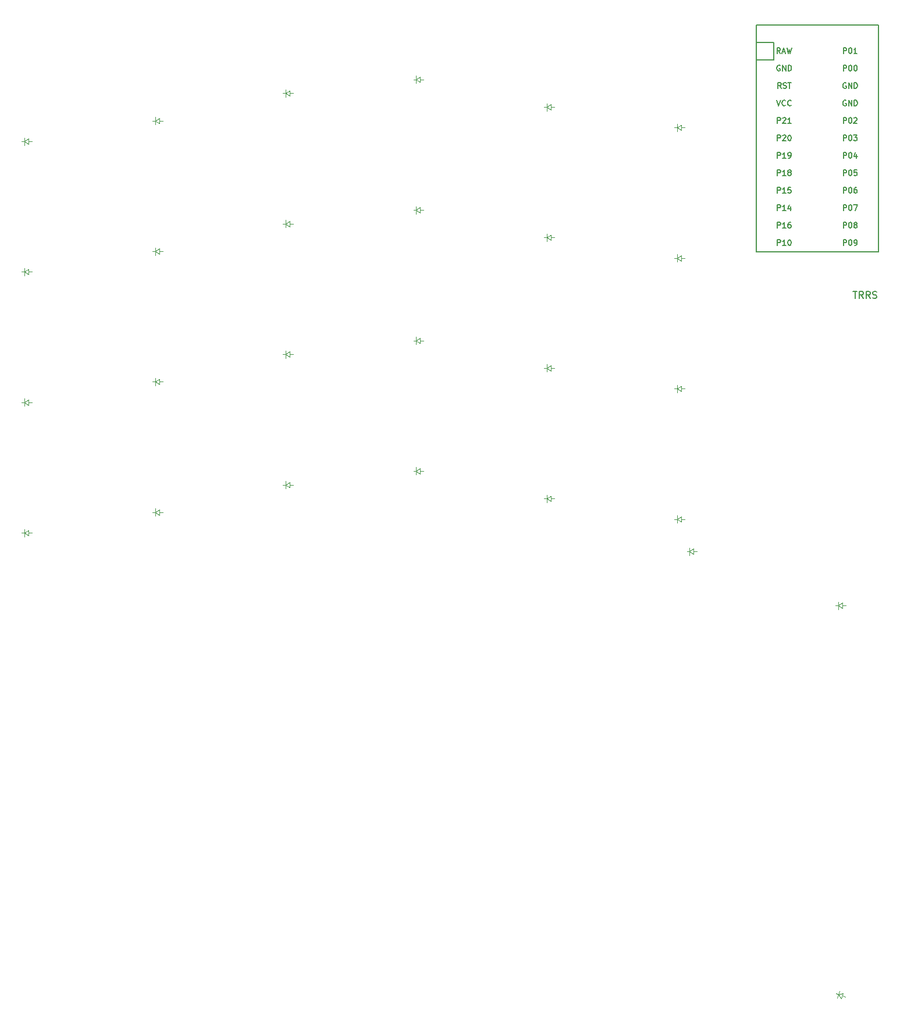
<source format=gbr>
%TF.GenerationSoftware,KiCad,Pcbnew,(6.0.8)*%
%TF.CreationDate,2022-12-10T18:32:28-07:00*%
%TF.ProjectId,scaarix_flow,73636161-7269-4785-9f66-6c6f772e6b69,v1.0.0*%
%TF.SameCoordinates,Original*%
%TF.FileFunction,Legend,Top*%
%TF.FilePolarity,Positive*%
%FSLAX46Y46*%
G04 Gerber Fmt 4.6, Leading zero omitted, Abs format (unit mm)*
G04 Created by KiCad (PCBNEW (6.0.8)) date 2022-12-10 18:32:28*
%MOMM*%
%LPD*%
G01*
G04 APERTURE LIST*
G04 Aperture macros list*
%AMRoundRect*
0 Rectangle with rounded corners*
0 $1 Rounding radius*
0 $2 $3 $4 $5 $6 $7 $8 $9 X,Y pos of 4 corners*
0 Add a 4 corners polygon primitive as box body*
4,1,4,$2,$3,$4,$5,$6,$7,$8,$9,$2,$3,0*
0 Add four circle primitives for the rounded corners*
1,1,$1+$1,$2,$3*
1,1,$1+$1,$4,$5*
1,1,$1+$1,$6,$7*
1,1,$1+$1,$8,$9*
0 Add four rect primitives between the rounded corners*
20,1,$1+$1,$2,$3,$4,$5,0*
20,1,$1+$1,$4,$5,$6,$7,0*
20,1,$1+$1,$6,$7,$8,$9,0*
20,1,$1+$1,$8,$9,$2,$3,0*%
%AMRotRect*
0 Rectangle, with rotation*
0 The origin of the aperture is its center*
0 $1 length*
0 $2 width*
0 $3 Rotation angle, in degrees counterclockwise*
0 Add horizontal line*
21,1,$1,$2,0,0,$3*%
G04 Aperture macros list end*
%ADD10C,0.150000*%
%ADD11C,0.100000*%
%ADD12R,1.752600X1.752600*%
%ADD13C,1.752600*%
%ADD14C,1.701800*%
%ADD15C,3.048000*%
%ADD16C,3.987800*%
%ADD17C,3.000000*%
%ADD18R,2.550000X2.500000*%
%ADD19C,1.905000*%
%ADD20R,0.900000X1.200000*%
%ADD21R,1.778000X1.778000*%
%ADD22C,1.500000*%
%ADD23O,2.200000X1.600000*%
%ADD24RoundRect,0.254000X-0.607235X1.302220X-1.302220X-0.607235X0.607235X-1.302220X1.302220X0.607235X0*%
%ADD25RotRect,2.550000X2.500000X159.000000*%
%ADD26C,2.200000*%
%ADD27RotRect,0.900000X1.200000X339.000000*%
%ADD28RotRect,1.778000X1.778000X339.000000*%
G04 APERTURE END LIST*
D10*
%TO.C,MCU1*%
X264207071Y-88123404D02*
X264207071Y-87323404D01*
X264511833Y-87323404D01*
X264588023Y-87361500D01*
X264626119Y-87399595D01*
X264664214Y-87475785D01*
X264664214Y-87590071D01*
X264626119Y-87666261D01*
X264588023Y-87704357D01*
X264511833Y-87742452D01*
X264207071Y-87742452D01*
X265159452Y-87323404D02*
X265235642Y-87323404D01*
X265311833Y-87361500D01*
X265349928Y-87399595D01*
X265388023Y-87475785D01*
X265426119Y-87628166D01*
X265426119Y-87818642D01*
X265388023Y-87971023D01*
X265349928Y-88047214D01*
X265311833Y-88085309D01*
X265235642Y-88123404D01*
X265159452Y-88123404D01*
X265083261Y-88085309D01*
X265045166Y-88047214D01*
X265007071Y-87971023D01*
X264968976Y-87818642D01*
X264968976Y-87628166D01*
X265007071Y-87475785D01*
X265045166Y-87399595D01*
X265083261Y-87361500D01*
X265159452Y-87323404D01*
X266111833Y-87323404D02*
X265959452Y-87323404D01*
X265883261Y-87361500D01*
X265845166Y-87399595D01*
X265768976Y-87513880D01*
X265730880Y-87666261D01*
X265730880Y-87971023D01*
X265768976Y-88047214D01*
X265807071Y-88085309D01*
X265883261Y-88123404D01*
X266035642Y-88123404D01*
X266111833Y-88085309D01*
X266149928Y-88047214D01*
X266188023Y-87971023D01*
X266188023Y-87780547D01*
X266149928Y-87704357D01*
X266111833Y-87666261D01*
X266035642Y-87628166D01*
X265883261Y-87628166D01*
X265807071Y-87666261D01*
X265768976Y-87704357D01*
X265730880Y-87780547D01*
X255140404Y-72883404D02*
X254873738Y-72502452D01*
X254683261Y-72883404D02*
X254683261Y-72083404D01*
X254988023Y-72083404D01*
X255064214Y-72121500D01*
X255102309Y-72159595D01*
X255140404Y-72235785D01*
X255140404Y-72350071D01*
X255102309Y-72426261D01*
X255064214Y-72464357D01*
X254988023Y-72502452D01*
X254683261Y-72502452D01*
X255445166Y-72845309D02*
X255559452Y-72883404D01*
X255749928Y-72883404D01*
X255826119Y-72845309D01*
X255864214Y-72807214D01*
X255902309Y-72731023D01*
X255902309Y-72654833D01*
X255864214Y-72578642D01*
X255826119Y-72540547D01*
X255749928Y-72502452D01*
X255597547Y-72464357D01*
X255521357Y-72426261D01*
X255483261Y-72388166D01*
X255445166Y-72311976D01*
X255445166Y-72235785D01*
X255483261Y-72159595D01*
X255521357Y-72121500D01*
X255597547Y-72083404D01*
X255788023Y-72083404D01*
X255902309Y-72121500D01*
X256130880Y-72083404D02*
X256588023Y-72083404D01*
X256359452Y-72883404D02*
X256359452Y-72083404D01*
X264207071Y-67803404D02*
X264207071Y-67003404D01*
X264511833Y-67003404D01*
X264588023Y-67041500D01*
X264626119Y-67079595D01*
X264664214Y-67155785D01*
X264664214Y-67270071D01*
X264626119Y-67346261D01*
X264588023Y-67384357D01*
X264511833Y-67422452D01*
X264207071Y-67422452D01*
X265159452Y-67003404D02*
X265235642Y-67003404D01*
X265311833Y-67041500D01*
X265349928Y-67079595D01*
X265388023Y-67155785D01*
X265426119Y-67308166D01*
X265426119Y-67498642D01*
X265388023Y-67651023D01*
X265349928Y-67727214D01*
X265311833Y-67765309D01*
X265235642Y-67803404D01*
X265159452Y-67803404D01*
X265083261Y-67765309D01*
X265045166Y-67727214D01*
X265007071Y-67651023D01*
X264968976Y-67498642D01*
X264968976Y-67308166D01*
X265007071Y-67155785D01*
X265045166Y-67079595D01*
X265083261Y-67041500D01*
X265159452Y-67003404D01*
X266188023Y-67803404D02*
X265730880Y-67803404D01*
X265959452Y-67803404D02*
X265959452Y-67003404D01*
X265883261Y-67117690D01*
X265807071Y-67193880D01*
X265730880Y-67231976D01*
X254607071Y-77963404D02*
X254607071Y-77163404D01*
X254911833Y-77163404D01*
X254988023Y-77201500D01*
X255026119Y-77239595D01*
X255064214Y-77315785D01*
X255064214Y-77430071D01*
X255026119Y-77506261D01*
X254988023Y-77544357D01*
X254911833Y-77582452D01*
X254607071Y-77582452D01*
X255368976Y-77239595D02*
X255407071Y-77201500D01*
X255483261Y-77163404D01*
X255673738Y-77163404D01*
X255749928Y-77201500D01*
X255788023Y-77239595D01*
X255826119Y-77315785D01*
X255826119Y-77391976D01*
X255788023Y-77506261D01*
X255330880Y-77963404D01*
X255826119Y-77963404D01*
X256588023Y-77963404D02*
X256130880Y-77963404D01*
X256359452Y-77963404D02*
X256359452Y-77163404D01*
X256283261Y-77277690D01*
X256207071Y-77353880D01*
X256130880Y-77391976D01*
X264568976Y-72121500D02*
X264492785Y-72083404D01*
X264378500Y-72083404D01*
X264264214Y-72121500D01*
X264188023Y-72197690D01*
X264149928Y-72273880D01*
X264111833Y-72426261D01*
X264111833Y-72540547D01*
X264149928Y-72692928D01*
X264188023Y-72769119D01*
X264264214Y-72845309D01*
X264378500Y-72883404D01*
X264454690Y-72883404D01*
X264568976Y-72845309D01*
X264607071Y-72807214D01*
X264607071Y-72540547D01*
X264454690Y-72540547D01*
X264949928Y-72883404D02*
X264949928Y-72083404D01*
X265407071Y-72883404D01*
X265407071Y-72083404D01*
X265788023Y-72883404D02*
X265788023Y-72083404D01*
X265978500Y-72083404D01*
X266092785Y-72121500D01*
X266168976Y-72197690D01*
X266207071Y-72273880D01*
X266245166Y-72426261D01*
X266245166Y-72540547D01*
X266207071Y-72692928D01*
X266168976Y-72769119D01*
X266092785Y-72845309D01*
X265978500Y-72883404D01*
X265788023Y-72883404D01*
X264207071Y-83043404D02*
X264207071Y-82243404D01*
X264511833Y-82243404D01*
X264588023Y-82281500D01*
X264626119Y-82319595D01*
X264664214Y-82395785D01*
X264664214Y-82510071D01*
X264626119Y-82586261D01*
X264588023Y-82624357D01*
X264511833Y-82662452D01*
X264207071Y-82662452D01*
X265159452Y-82243404D02*
X265235642Y-82243404D01*
X265311833Y-82281500D01*
X265349928Y-82319595D01*
X265388023Y-82395785D01*
X265426119Y-82548166D01*
X265426119Y-82738642D01*
X265388023Y-82891023D01*
X265349928Y-82967214D01*
X265311833Y-83005309D01*
X265235642Y-83043404D01*
X265159452Y-83043404D01*
X265083261Y-83005309D01*
X265045166Y-82967214D01*
X265007071Y-82891023D01*
X264968976Y-82738642D01*
X264968976Y-82548166D01*
X265007071Y-82395785D01*
X265045166Y-82319595D01*
X265083261Y-82281500D01*
X265159452Y-82243404D01*
X266111833Y-82510071D02*
X266111833Y-83043404D01*
X265921357Y-82205309D02*
X265730880Y-82776738D01*
X266226119Y-82776738D01*
X254968976Y-69581500D02*
X254892785Y-69543404D01*
X254778500Y-69543404D01*
X254664214Y-69581500D01*
X254588023Y-69657690D01*
X254549928Y-69733880D01*
X254511833Y-69886261D01*
X254511833Y-70000547D01*
X254549928Y-70152928D01*
X254588023Y-70229119D01*
X254664214Y-70305309D01*
X254778500Y-70343404D01*
X254854690Y-70343404D01*
X254968976Y-70305309D01*
X255007071Y-70267214D01*
X255007071Y-70000547D01*
X254854690Y-70000547D01*
X255349928Y-70343404D02*
X255349928Y-69543404D01*
X255807071Y-70343404D01*
X255807071Y-69543404D01*
X256188023Y-70343404D02*
X256188023Y-69543404D01*
X256378500Y-69543404D01*
X256492785Y-69581500D01*
X256568976Y-69657690D01*
X256607071Y-69733880D01*
X256645166Y-69886261D01*
X256645166Y-70000547D01*
X256607071Y-70152928D01*
X256568976Y-70229119D01*
X256492785Y-70305309D01*
X256378500Y-70343404D01*
X256188023Y-70343404D01*
X264207071Y-93203404D02*
X264207071Y-92403404D01*
X264511833Y-92403404D01*
X264588023Y-92441500D01*
X264626119Y-92479595D01*
X264664214Y-92555785D01*
X264664214Y-92670071D01*
X264626119Y-92746261D01*
X264588023Y-92784357D01*
X264511833Y-92822452D01*
X264207071Y-92822452D01*
X265159452Y-92403404D02*
X265235642Y-92403404D01*
X265311833Y-92441500D01*
X265349928Y-92479595D01*
X265388023Y-92555785D01*
X265426119Y-92708166D01*
X265426119Y-92898642D01*
X265388023Y-93051023D01*
X265349928Y-93127214D01*
X265311833Y-93165309D01*
X265235642Y-93203404D01*
X265159452Y-93203404D01*
X265083261Y-93165309D01*
X265045166Y-93127214D01*
X265007071Y-93051023D01*
X264968976Y-92898642D01*
X264968976Y-92708166D01*
X265007071Y-92555785D01*
X265045166Y-92479595D01*
X265083261Y-92441500D01*
X265159452Y-92403404D01*
X265883261Y-92746261D02*
X265807071Y-92708166D01*
X265768976Y-92670071D01*
X265730880Y-92593880D01*
X265730880Y-92555785D01*
X265768976Y-92479595D01*
X265807071Y-92441500D01*
X265883261Y-92403404D01*
X266035642Y-92403404D01*
X266111833Y-92441500D01*
X266149928Y-92479595D01*
X266188023Y-92555785D01*
X266188023Y-92593880D01*
X266149928Y-92670071D01*
X266111833Y-92708166D01*
X266035642Y-92746261D01*
X265883261Y-92746261D01*
X265807071Y-92784357D01*
X265768976Y-92822452D01*
X265730880Y-92898642D01*
X265730880Y-93051023D01*
X265768976Y-93127214D01*
X265807071Y-93165309D01*
X265883261Y-93203404D01*
X266035642Y-93203404D01*
X266111833Y-93165309D01*
X266149928Y-93127214D01*
X266188023Y-93051023D01*
X266188023Y-92898642D01*
X266149928Y-92822452D01*
X266111833Y-92784357D01*
X266035642Y-92746261D01*
X254607071Y-80503404D02*
X254607071Y-79703404D01*
X254911833Y-79703404D01*
X254988023Y-79741500D01*
X255026119Y-79779595D01*
X255064214Y-79855785D01*
X255064214Y-79970071D01*
X255026119Y-80046261D01*
X254988023Y-80084357D01*
X254911833Y-80122452D01*
X254607071Y-80122452D01*
X255368976Y-79779595D02*
X255407071Y-79741500D01*
X255483261Y-79703404D01*
X255673738Y-79703404D01*
X255749928Y-79741500D01*
X255788023Y-79779595D01*
X255826119Y-79855785D01*
X255826119Y-79931976D01*
X255788023Y-80046261D01*
X255330880Y-80503404D01*
X255826119Y-80503404D01*
X256321357Y-79703404D02*
X256397547Y-79703404D01*
X256473738Y-79741500D01*
X256511833Y-79779595D01*
X256549928Y-79855785D01*
X256588023Y-80008166D01*
X256588023Y-80198642D01*
X256549928Y-80351023D01*
X256511833Y-80427214D01*
X256473738Y-80465309D01*
X256397547Y-80503404D01*
X256321357Y-80503404D01*
X256245166Y-80465309D01*
X256207071Y-80427214D01*
X256168976Y-80351023D01*
X256130880Y-80198642D01*
X256130880Y-80008166D01*
X256168976Y-79855785D01*
X256207071Y-79779595D01*
X256245166Y-79741500D01*
X256321357Y-79703404D01*
X254511833Y-74623404D02*
X254778500Y-75423404D01*
X255045166Y-74623404D01*
X255768976Y-75347214D02*
X255730880Y-75385309D01*
X255616595Y-75423404D01*
X255540404Y-75423404D01*
X255426119Y-75385309D01*
X255349928Y-75309119D01*
X255311833Y-75232928D01*
X255273738Y-75080547D01*
X255273738Y-74966261D01*
X255311833Y-74813880D01*
X255349928Y-74737690D01*
X255426119Y-74661500D01*
X255540404Y-74623404D01*
X255616595Y-74623404D01*
X255730880Y-74661500D01*
X255768976Y-74699595D01*
X256568976Y-75347214D02*
X256530880Y-75385309D01*
X256416595Y-75423404D01*
X256340404Y-75423404D01*
X256226119Y-75385309D01*
X256149928Y-75309119D01*
X256111833Y-75232928D01*
X256073738Y-75080547D01*
X256073738Y-74966261D01*
X256111833Y-74813880D01*
X256149928Y-74737690D01*
X256226119Y-74661500D01*
X256340404Y-74623404D01*
X256416595Y-74623404D01*
X256530880Y-74661500D01*
X256568976Y-74699595D01*
X264207071Y-70343404D02*
X264207071Y-69543404D01*
X264511833Y-69543404D01*
X264588023Y-69581500D01*
X264626119Y-69619595D01*
X264664214Y-69695785D01*
X264664214Y-69810071D01*
X264626119Y-69886261D01*
X264588023Y-69924357D01*
X264511833Y-69962452D01*
X264207071Y-69962452D01*
X265159452Y-69543404D02*
X265235642Y-69543404D01*
X265311833Y-69581500D01*
X265349928Y-69619595D01*
X265388023Y-69695785D01*
X265426119Y-69848166D01*
X265426119Y-70038642D01*
X265388023Y-70191023D01*
X265349928Y-70267214D01*
X265311833Y-70305309D01*
X265235642Y-70343404D01*
X265159452Y-70343404D01*
X265083261Y-70305309D01*
X265045166Y-70267214D01*
X265007071Y-70191023D01*
X264968976Y-70038642D01*
X264968976Y-69848166D01*
X265007071Y-69695785D01*
X265045166Y-69619595D01*
X265083261Y-69581500D01*
X265159452Y-69543404D01*
X265921357Y-69543404D02*
X265997547Y-69543404D01*
X266073738Y-69581500D01*
X266111833Y-69619595D01*
X266149928Y-69695785D01*
X266188023Y-69848166D01*
X266188023Y-70038642D01*
X266149928Y-70191023D01*
X266111833Y-70267214D01*
X266073738Y-70305309D01*
X265997547Y-70343404D01*
X265921357Y-70343404D01*
X265845166Y-70305309D01*
X265807071Y-70267214D01*
X265768976Y-70191023D01*
X265730880Y-70038642D01*
X265730880Y-69848166D01*
X265768976Y-69695785D01*
X265807071Y-69619595D01*
X265845166Y-69581500D01*
X265921357Y-69543404D01*
X254607071Y-83043404D02*
X254607071Y-82243404D01*
X254911833Y-82243404D01*
X254988023Y-82281500D01*
X255026119Y-82319595D01*
X255064214Y-82395785D01*
X255064214Y-82510071D01*
X255026119Y-82586261D01*
X254988023Y-82624357D01*
X254911833Y-82662452D01*
X254607071Y-82662452D01*
X255826119Y-83043404D02*
X255368976Y-83043404D01*
X255597547Y-83043404D02*
X255597547Y-82243404D01*
X255521357Y-82357690D01*
X255445166Y-82433880D01*
X255368976Y-82471976D01*
X256207071Y-83043404D02*
X256359452Y-83043404D01*
X256435642Y-83005309D01*
X256473738Y-82967214D01*
X256549928Y-82852928D01*
X256588023Y-82700547D01*
X256588023Y-82395785D01*
X256549928Y-82319595D01*
X256511833Y-82281500D01*
X256435642Y-82243404D01*
X256283261Y-82243404D01*
X256207071Y-82281500D01*
X256168976Y-82319595D01*
X256130880Y-82395785D01*
X256130880Y-82586261D01*
X256168976Y-82662452D01*
X256207071Y-82700547D01*
X256283261Y-82738642D01*
X256435642Y-82738642D01*
X256511833Y-82700547D01*
X256549928Y-82662452D01*
X256588023Y-82586261D01*
X264207071Y-80503404D02*
X264207071Y-79703404D01*
X264511833Y-79703404D01*
X264588023Y-79741500D01*
X264626119Y-79779595D01*
X264664214Y-79855785D01*
X264664214Y-79970071D01*
X264626119Y-80046261D01*
X264588023Y-80084357D01*
X264511833Y-80122452D01*
X264207071Y-80122452D01*
X265159452Y-79703404D02*
X265235642Y-79703404D01*
X265311833Y-79741500D01*
X265349928Y-79779595D01*
X265388023Y-79855785D01*
X265426119Y-80008166D01*
X265426119Y-80198642D01*
X265388023Y-80351023D01*
X265349928Y-80427214D01*
X265311833Y-80465309D01*
X265235642Y-80503404D01*
X265159452Y-80503404D01*
X265083261Y-80465309D01*
X265045166Y-80427214D01*
X265007071Y-80351023D01*
X264968976Y-80198642D01*
X264968976Y-80008166D01*
X265007071Y-79855785D01*
X265045166Y-79779595D01*
X265083261Y-79741500D01*
X265159452Y-79703404D01*
X265692785Y-79703404D02*
X266188023Y-79703404D01*
X265921357Y-80008166D01*
X266035642Y-80008166D01*
X266111833Y-80046261D01*
X266149928Y-80084357D01*
X266188023Y-80160547D01*
X266188023Y-80351023D01*
X266149928Y-80427214D01*
X266111833Y-80465309D01*
X266035642Y-80503404D01*
X265807071Y-80503404D01*
X265730880Y-80465309D01*
X265692785Y-80427214D01*
X254607071Y-95743404D02*
X254607071Y-94943404D01*
X254911833Y-94943404D01*
X254988023Y-94981500D01*
X255026119Y-95019595D01*
X255064214Y-95095785D01*
X255064214Y-95210071D01*
X255026119Y-95286261D01*
X254988023Y-95324357D01*
X254911833Y-95362452D01*
X254607071Y-95362452D01*
X255826119Y-95743404D02*
X255368976Y-95743404D01*
X255597547Y-95743404D02*
X255597547Y-94943404D01*
X255521357Y-95057690D01*
X255445166Y-95133880D01*
X255368976Y-95171976D01*
X256321357Y-94943404D02*
X256397547Y-94943404D01*
X256473738Y-94981500D01*
X256511833Y-95019595D01*
X256549928Y-95095785D01*
X256588023Y-95248166D01*
X256588023Y-95438642D01*
X256549928Y-95591023D01*
X256511833Y-95667214D01*
X256473738Y-95705309D01*
X256397547Y-95743404D01*
X256321357Y-95743404D01*
X256245166Y-95705309D01*
X256207071Y-95667214D01*
X256168976Y-95591023D01*
X256130880Y-95438642D01*
X256130880Y-95248166D01*
X256168976Y-95095785D01*
X256207071Y-95019595D01*
X256245166Y-94981500D01*
X256321357Y-94943404D01*
X264207071Y-95743404D02*
X264207071Y-94943404D01*
X264511833Y-94943404D01*
X264588023Y-94981500D01*
X264626119Y-95019595D01*
X264664214Y-95095785D01*
X264664214Y-95210071D01*
X264626119Y-95286261D01*
X264588023Y-95324357D01*
X264511833Y-95362452D01*
X264207071Y-95362452D01*
X265159452Y-94943404D02*
X265235642Y-94943404D01*
X265311833Y-94981500D01*
X265349928Y-95019595D01*
X265388023Y-95095785D01*
X265426119Y-95248166D01*
X265426119Y-95438642D01*
X265388023Y-95591023D01*
X265349928Y-95667214D01*
X265311833Y-95705309D01*
X265235642Y-95743404D01*
X265159452Y-95743404D01*
X265083261Y-95705309D01*
X265045166Y-95667214D01*
X265007071Y-95591023D01*
X264968976Y-95438642D01*
X264968976Y-95248166D01*
X265007071Y-95095785D01*
X265045166Y-95019595D01*
X265083261Y-94981500D01*
X265159452Y-94943404D01*
X265807071Y-95743404D02*
X265959452Y-95743404D01*
X266035642Y-95705309D01*
X266073738Y-95667214D01*
X266149928Y-95552928D01*
X266188023Y-95400547D01*
X266188023Y-95095785D01*
X266149928Y-95019595D01*
X266111833Y-94981500D01*
X266035642Y-94943404D01*
X265883261Y-94943404D01*
X265807071Y-94981500D01*
X265768976Y-95019595D01*
X265730880Y-95095785D01*
X265730880Y-95286261D01*
X265768976Y-95362452D01*
X265807071Y-95400547D01*
X265883261Y-95438642D01*
X266035642Y-95438642D01*
X266111833Y-95400547D01*
X266149928Y-95362452D01*
X266188023Y-95286261D01*
X254607071Y-85583404D02*
X254607071Y-84783404D01*
X254911833Y-84783404D01*
X254988023Y-84821500D01*
X255026119Y-84859595D01*
X255064214Y-84935785D01*
X255064214Y-85050071D01*
X255026119Y-85126261D01*
X254988023Y-85164357D01*
X254911833Y-85202452D01*
X254607071Y-85202452D01*
X255826119Y-85583404D02*
X255368976Y-85583404D01*
X255597547Y-85583404D02*
X255597547Y-84783404D01*
X255521357Y-84897690D01*
X255445166Y-84973880D01*
X255368976Y-85011976D01*
X256283261Y-85126261D02*
X256207071Y-85088166D01*
X256168976Y-85050071D01*
X256130880Y-84973880D01*
X256130880Y-84935785D01*
X256168976Y-84859595D01*
X256207071Y-84821500D01*
X256283261Y-84783404D01*
X256435642Y-84783404D01*
X256511833Y-84821500D01*
X256549928Y-84859595D01*
X256588023Y-84935785D01*
X256588023Y-84973880D01*
X256549928Y-85050071D01*
X256511833Y-85088166D01*
X256435642Y-85126261D01*
X256283261Y-85126261D01*
X256207071Y-85164357D01*
X256168976Y-85202452D01*
X256130880Y-85278642D01*
X256130880Y-85431023D01*
X256168976Y-85507214D01*
X256207071Y-85545309D01*
X256283261Y-85583404D01*
X256435642Y-85583404D01*
X256511833Y-85545309D01*
X256549928Y-85507214D01*
X256588023Y-85431023D01*
X256588023Y-85278642D01*
X256549928Y-85202452D01*
X256511833Y-85164357D01*
X256435642Y-85126261D01*
X264207071Y-90663404D02*
X264207071Y-89863404D01*
X264511833Y-89863404D01*
X264588023Y-89901500D01*
X264626119Y-89939595D01*
X264664214Y-90015785D01*
X264664214Y-90130071D01*
X264626119Y-90206261D01*
X264588023Y-90244357D01*
X264511833Y-90282452D01*
X264207071Y-90282452D01*
X265159452Y-89863404D02*
X265235642Y-89863404D01*
X265311833Y-89901500D01*
X265349928Y-89939595D01*
X265388023Y-90015785D01*
X265426119Y-90168166D01*
X265426119Y-90358642D01*
X265388023Y-90511023D01*
X265349928Y-90587214D01*
X265311833Y-90625309D01*
X265235642Y-90663404D01*
X265159452Y-90663404D01*
X265083261Y-90625309D01*
X265045166Y-90587214D01*
X265007071Y-90511023D01*
X264968976Y-90358642D01*
X264968976Y-90168166D01*
X265007071Y-90015785D01*
X265045166Y-89939595D01*
X265083261Y-89901500D01*
X265159452Y-89863404D01*
X265692785Y-89863404D02*
X266226119Y-89863404D01*
X265883261Y-90663404D01*
X254607071Y-90663404D02*
X254607071Y-89863404D01*
X254911833Y-89863404D01*
X254988023Y-89901500D01*
X255026119Y-89939595D01*
X255064214Y-90015785D01*
X255064214Y-90130071D01*
X255026119Y-90206261D01*
X254988023Y-90244357D01*
X254911833Y-90282452D01*
X254607071Y-90282452D01*
X255826119Y-90663404D02*
X255368976Y-90663404D01*
X255597547Y-90663404D02*
X255597547Y-89863404D01*
X255521357Y-89977690D01*
X255445166Y-90053880D01*
X255368976Y-90091976D01*
X256511833Y-90130071D02*
X256511833Y-90663404D01*
X256321357Y-89825309D02*
X256130880Y-90396738D01*
X256626119Y-90396738D01*
X255026119Y-67803404D02*
X254759452Y-67422452D01*
X254568976Y-67803404D02*
X254568976Y-67003404D01*
X254873738Y-67003404D01*
X254949928Y-67041500D01*
X254988023Y-67079595D01*
X255026119Y-67155785D01*
X255026119Y-67270071D01*
X254988023Y-67346261D01*
X254949928Y-67384357D01*
X254873738Y-67422452D01*
X254568976Y-67422452D01*
X255330880Y-67574833D02*
X255711833Y-67574833D01*
X255254690Y-67803404D02*
X255521357Y-67003404D01*
X255788023Y-67803404D01*
X255978500Y-67003404D02*
X256168976Y-67803404D01*
X256321357Y-67231976D01*
X256473738Y-67803404D01*
X256664214Y-67003404D01*
X264207071Y-77963404D02*
X264207071Y-77163404D01*
X264511833Y-77163404D01*
X264588023Y-77201500D01*
X264626119Y-77239595D01*
X264664214Y-77315785D01*
X264664214Y-77430071D01*
X264626119Y-77506261D01*
X264588023Y-77544357D01*
X264511833Y-77582452D01*
X264207071Y-77582452D01*
X265159452Y-77163404D02*
X265235642Y-77163404D01*
X265311833Y-77201500D01*
X265349928Y-77239595D01*
X265388023Y-77315785D01*
X265426119Y-77468166D01*
X265426119Y-77658642D01*
X265388023Y-77811023D01*
X265349928Y-77887214D01*
X265311833Y-77925309D01*
X265235642Y-77963404D01*
X265159452Y-77963404D01*
X265083261Y-77925309D01*
X265045166Y-77887214D01*
X265007071Y-77811023D01*
X264968976Y-77658642D01*
X264968976Y-77468166D01*
X265007071Y-77315785D01*
X265045166Y-77239595D01*
X265083261Y-77201500D01*
X265159452Y-77163404D01*
X265730880Y-77239595D02*
X265768976Y-77201500D01*
X265845166Y-77163404D01*
X266035642Y-77163404D01*
X266111833Y-77201500D01*
X266149928Y-77239595D01*
X266188023Y-77315785D01*
X266188023Y-77391976D01*
X266149928Y-77506261D01*
X265692785Y-77963404D01*
X266188023Y-77963404D01*
X254607071Y-88123404D02*
X254607071Y-87323404D01*
X254911833Y-87323404D01*
X254988023Y-87361500D01*
X255026119Y-87399595D01*
X255064214Y-87475785D01*
X255064214Y-87590071D01*
X255026119Y-87666261D01*
X254988023Y-87704357D01*
X254911833Y-87742452D01*
X254607071Y-87742452D01*
X255826119Y-88123404D02*
X255368976Y-88123404D01*
X255597547Y-88123404D02*
X255597547Y-87323404D01*
X255521357Y-87437690D01*
X255445166Y-87513880D01*
X255368976Y-87551976D01*
X256549928Y-87323404D02*
X256168976Y-87323404D01*
X256130880Y-87704357D01*
X256168976Y-87666261D01*
X256245166Y-87628166D01*
X256435642Y-87628166D01*
X256511833Y-87666261D01*
X256549928Y-87704357D01*
X256588023Y-87780547D01*
X256588023Y-87971023D01*
X256549928Y-88047214D01*
X256511833Y-88085309D01*
X256435642Y-88123404D01*
X256245166Y-88123404D01*
X256168976Y-88085309D01*
X256130880Y-88047214D01*
X264568976Y-74661500D02*
X264492785Y-74623404D01*
X264378500Y-74623404D01*
X264264214Y-74661500D01*
X264188023Y-74737690D01*
X264149928Y-74813880D01*
X264111833Y-74966261D01*
X264111833Y-75080547D01*
X264149928Y-75232928D01*
X264188023Y-75309119D01*
X264264214Y-75385309D01*
X264378500Y-75423404D01*
X264454690Y-75423404D01*
X264568976Y-75385309D01*
X264607071Y-75347214D01*
X264607071Y-75080547D01*
X264454690Y-75080547D01*
X264949928Y-75423404D02*
X264949928Y-74623404D01*
X265407071Y-75423404D01*
X265407071Y-74623404D01*
X265788023Y-75423404D02*
X265788023Y-74623404D01*
X265978500Y-74623404D01*
X266092785Y-74661500D01*
X266168976Y-74737690D01*
X266207071Y-74813880D01*
X266245166Y-74966261D01*
X266245166Y-75080547D01*
X266207071Y-75232928D01*
X266168976Y-75309119D01*
X266092785Y-75385309D01*
X265978500Y-75423404D01*
X265788023Y-75423404D01*
X254607071Y-93203404D02*
X254607071Y-92403404D01*
X254911833Y-92403404D01*
X254988023Y-92441500D01*
X255026119Y-92479595D01*
X255064214Y-92555785D01*
X255064214Y-92670071D01*
X255026119Y-92746261D01*
X254988023Y-92784357D01*
X254911833Y-92822452D01*
X254607071Y-92822452D01*
X255826119Y-93203404D02*
X255368976Y-93203404D01*
X255597547Y-93203404D02*
X255597547Y-92403404D01*
X255521357Y-92517690D01*
X255445166Y-92593880D01*
X255368976Y-92631976D01*
X256511833Y-92403404D02*
X256359452Y-92403404D01*
X256283261Y-92441500D01*
X256245166Y-92479595D01*
X256168976Y-92593880D01*
X256130880Y-92746261D01*
X256130880Y-93051023D01*
X256168976Y-93127214D01*
X256207071Y-93165309D01*
X256283261Y-93203404D01*
X256435642Y-93203404D01*
X256511833Y-93165309D01*
X256549928Y-93127214D01*
X256588023Y-93051023D01*
X256588023Y-92860547D01*
X256549928Y-92784357D01*
X256511833Y-92746261D01*
X256435642Y-92708166D01*
X256283261Y-92708166D01*
X256207071Y-92746261D01*
X256168976Y-92784357D01*
X256130880Y-92860547D01*
X264207071Y-85583404D02*
X264207071Y-84783404D01*
X264511833Y-84783404D01*
X264588023Y-84821500D01*
X264626119Y-84859595D01*
X264664214Y-84935785D01*
X264664214Y-85050071D01*
X264626119Y-85126261D01*
X264588023Y-85164357D01*
X264511833Y-85202452D01*
X264207071Y-85202452D01*
X265159452Y-84783404D02*
X265235642Y-84783404D01*
X265311833Y-84821500D01*
X265349928Y-84859595D01*
X265388023Y-84935785D01*
X265426119Y-85088166D01*
X265426119Y-85278642D01*
X265388023Y-85431023D01*
X265349928Y-85507214D01*
X265311833Y-85545309D01*
X265235642Y-85583404D01*
X265159452Y-85583404D01*
X265083261Y-85545309D01*
X265045166Y-85507214D01*
X265007071Y-85431023D01*
X264968976Y-85278642D01*
X264968976Y-85088166D01*
X265007071Y-84935785D01*
X265045166Y-84859595D01*
X265083261Y-84821500D01*
X265159452Y-84783404D01*
X266149928Y-84783404D02*
X265768976Y-84783404D01*
X265730880Y-85164357D01*
X265768976Y-85126261D01*
X265845166Y-85088166D01*
X266035642Y-85088166D01*
X266111833Y-85126261D01*
X266149928Y-85164357D01*
X266188023Y-85240547D01*
X266188023Y-85431023D01*
X266149928Y-85507214D01*
X266111833Y-85545309D01*
X266035642Y-85583404D01*
X265845166Y-85583404D01*
X265768976Y-85545309D01*
X265730880Y-85507214D01*
%TO.C, *%
X265616595Y-102463880D02*
X266188023Y-102463880D01*
X265902309Y-103463880D02*
X265902309Y-102463880D01*
X267092785Y-103463880D02*
X266759452Y-102987690D01*
X266521357Y-103463880D02*
X266521357Y-102463880D01*
X266902309Y-102463880D01*
X266997547Y-102511500D01*
X267045166Y-102559119D01*
X267092785Y-102654357D01*
X267092785Y-102797214D01*
X267045166Y-102892452D01*
X266997547Y-102940071D01*
X266902309Y-102987690D01*
X266521357Y-102987690D01*
X268092785Y-103463880D02*
X267759452Y-102987690D01*
X267521357Y-103463880D02*
X267521357Y-102463880D01*
X267902309Y-102463880D01*
X267997547Y-102511500D01*
X268045166Y-102559119D01*
X268092785Y-102654357D01*
X268092785Y-102797214D01*
X268045166Y-102892452D01*
X267997547Y-102940071D01*
X267902309Y-102987690D01*
X267521357Y-102987690D01*
X268473738Y-103416261D02*
X268616595Y-103463880D01*
X268854690Y-103463880D01*
X268949928Y-103416261D01*
X268997547Y-103368642D01*
X269045166Y-103273404D01*
X269045166Y-103178166D01*
X268997547Y-103082928D01*
X268949928Y-103035309D01*
X268854690Y-102987690D01*
X268664214Y-102940071D01*
X268568976Y-102892452D01*
X268521357Y-102844833D01*
X268473738Y-102749595D01*
X268473738Y-102654357D01*
X268521357Y-102559119D01*
X268568976Y-102511500D01*
X268664214Y-102463880D01*
X268902309Y-102463880D01*
X269045166Y-102511500D01*
D11*
%TO.C,D19*%
X220628500Y-94611500D02*
X221028500Y-94611500D01*
X221028500Y-94611500D02*
X221628500Y-94211500D01*
X221628500Y-94611500D02*
X222128500Y-94611500D01*
X221628500Y-94211500D02*
X221628500Y-95011500D01*
X221028500Y-94611500D02*
X221028500Y-94061500D01*
X221628500Y-95011500D02*
X221028500Y-94611500D01*
X221028500Y-94611500D02*
X221028500Y-95161500D01*
%TO.C,D4*%
X145028500Y-80611500D02*
X145028500Y-80061500D01*
X144628500Y-80611500D02*
X145028500Y-80611500D01*
X145628500Y-80611500D02*
X146128500Y-80611500D01*
X145628500Y-80211500D02*
X145628500Y-81011500D01*
X145628500Y-81011500D02*
X145028500Y-80611500D01*
X145028500Y-80611500D02*
X145028500Y-81161500D01*
X145028500Y-80611500D02*
X145628500Y-80211500D01*
%TO.C,D21*%
X240628500Y-136011500D02*
X240028500Y-135611500D01*
X240628500Y-135211500D02*
X240628500Y-136011500D01*
X240028500Y-135611500D02*
X240028500Y-136161500D01*
X240028500Y-135611500D02*
X240028500Y-135061500D01*
X239628500Y-135611500D02*
X240028500Y-135611500D01*
X240628500Y-135611500D02*
X241128500Y-135611500D01*
X240028500Y-135611500D02*
X240628500Y-135211500D01*
%TO.C,D16*%
X202028500Y-71611500D02*
X202028500Y-71061500D01*
X202628500Y-72011500D02*
X202028500Y-71611500D01*
X202028500Y-71611500D02*
X202028500Y-72161500D01*
X202628500Y-71611500D02*
X203128500Y-71611500D01*
X202028500Y-71611500D02*
X202628500Y-71211500D01*
X201628500Y-71611500D02*
X202028500Y-71611500D01*
X202628500Y-71211500D02*
X202628500Y-72011500D01*
D10*
%TO.C,MCU1*%
X254028500Y-66171500D02*
X251488500Y-66171500D01*
X251488500Y-96651500D02*
X269268500Y-96651500D01*
X254028500Y-66171500D02*
X254028500Y-68711500D01*
X254028500Y-68711500D02*
X251488500Y-68711500D01*
X251488500Y-63631500D02*
X251488500Y-96651500D01*
X269268500Y-96651500D02*
X269268500Y-63631500D01*
X269268500Y-63631500D02*
X251488500Y-63631500D01*
D11*
%TO.C,D5*%
X164028500Y-134611500D02*
X164028500Y-135161500D01*
X164628500Y-134611500D02*
X165128500Y-134611500D01*
X164628500Y-134211500D02*
X164628500Y-135011500D01*
X164028500Y-134611500D02*
X164028500Y-134061500D01*
X164028500Y-134611500D02*
X164628500Y-134211500D01*
X163628500Y-134611500D02*
X164028500Y-134611500D01*
X164628500Y-135011500D02*
X164028500Y-134611500D01*
%TO.C,D7*%
X164628500Y-96211500D02*
X164628500Y-97011500D01*
X163628500Y-96611500D02*
X164028500Y-96611500D01*
X164028500Y-96611500D02*
X164028500Y-97161500D01*
X164028500Y-96611500D02*
X164628500Y-96211500D01*
X164628500Y-97011500D02*
X164028500Y-96611500D01*
X164028500Y-96611500D02*
X164028500Y-96061500D01*
X164628500Y-96611500D02*
X165128500Y-96611500D01*
%TO.C,D2*%
X145628500Y-118211500D02*
X145628500Y-119011500D01*
X145028500Y-118611500D02*
X145628500Y-118211500D01*
X145028500Y-118611500D02*
X145028500Y-119161500D01*
X145028500Y-118611500D02*
X145028500Y-118061500D01*
X145628500Y-119011500D02*
X145028500Y-118611500D01*
X145628500Y-118611500D02*
X146128500Y-118611500D01*
X144628500Y-118611500D02*
X145028500Y-118611500D01*
%TO.C,D14*%
X202628500Y-109211500D02*
X202628500Y-110011500D01*
X201628500Y-109611500D02*
X202028500Y-109611500D01*
X202628500Y-109611500D02*
X203128500Y-109611500D01*
X202028500Y-109611500D02*
X202028500Y-109061500D01*
X202028500Y-109611500D02*
X202028500Y-110161500D01*
X202028500Y-109611500D02*
X202628500Y-109211500D01*
X202628500Y-110011500D02*
X202028500Y-109611500D01*
%TO.C,D20*%
X221028500Y-75611500D02*
X221028500Y-75061500D01*
X221028500Y-75611500D02*
X221628500Y-75211500D01*
X221628500Y-76011500D02*
X221028500Y-75611500D01*
X220628500Y-75611500D02*
X221028500Y-75611500D01*
X221628500Y-75611500D02*
X222128500Y-75611500D01*
X221028500Y-75611500D02*
X221028500Y-76161500D01*
X221628500Y-75211500D02*
X221628500Y-76011500D01*
%TO.C,D13*%
X202028500Y-128611500D02*
X202028500Y-128061500D01*
X202628500Y-128611500D02*
X203128500Y-128611500D01*
X202628500Y-128211500D02*
X202628500Y-129011500D01*
X202028500Y-128611500D02*
X202628500Y-128211500D01*
X202028500Y-128611500D02*
X202028500Y-129161500D01*
X201628500Y-128611500D02*
X202028500Y-128611500D01*
X202628500Y-129011500D02*
X202028500Y-128611500D01*
%TO.C,D17*%
X220628500Y-132611500D02*
X221028500Y-132611500D01*
X221028500Y-132611500D02*
X221628500Y-132211500D01*
X221028500Y-132611500D02*
X221028500Y-133161500D01*
X221028500Y-132611500D02*
X221028500Y-132061500D01*
X221628500Y-132611500D02*
X222128500Y-132611500D01*
X221628500Y-133011500D02*
X221028500Y-132611500D01*
X221628500Y-132211500D02*
X221628500Y-133011500D01*
%TO.C,D6*%
X164028500Y-115611500D02*
X164028500Y-115061500D01*
X163628500Y-115611500D02*
X164028500Y-115611500D01*
X164028500Y-115611500D02*
X164028500Y-116161500D01*
X164628500Y-116011500D02*
X164028500Y-115611500D01*
X164628500Y-115211500D02*
X164628500Y-116011500D01*
X164028500Y-115611500D02*
X164628500Y-115211500D01*
X164628500Y-115611500D02*
X165128500Y-115611500D01*
%TO.C,D18*%
X220628500Y-113611500D02*
X221028500Y-113611500D01*
X221628500Y-113211500D02*
X221628500Y-114011500D01*
X221628500Y-114011500D02*
X221028500Y-113611500D01*
X221628500Y-113611500D02*
X222128500Y-113611500D01*
X221028500Y-113611500D02*
X221028500Y-113061500D01*
X221028500Y-113611500D02*
X221028500Y-114161500D01*
X221028500Y-113611500D02*
X221628500Y-113211500D01*
%TO.C,D11*%
X182628500Y-92611500D02*
X183028500Y-92611500D01*
X183628500Y-93011500D02*
X183028500Y-92611500D01*
X183028500Y-92611500D02*
X183628500Y-92211500D01*
X183628500Y-92211500D02*
X183628500Y-93011500D01*
X183028500Y-92611500D02*
X183028500Y-92061500D01*
X183628500Y-92611500D02*
X184128500Y-92611500D01*
X183028500Y-92611500D02*
X183028500Y-93161500D01*
%TO.C,D22*%
X240028500Y-116611500D02*
X240028500Y-117161500D01*
X240028500Y-116611500D02*
X240628500Y-116211500D01*
X240628500Y-116211500D02*
X240628500Y-117011500D01*
X239628500Y-116611500D02*
X240028500Y-116611500D01*
X240628500Y-117011500D02*
X240028500Y-116611500D01*
X240028500Y-116611500D02*
X240028500Y-116061500D01*
X240628500Y-116611500D02*
X241128500Y-116611500D01*
%TO.C,D12*%
X183628500Y-73611500D02*
X184128500Y-73611500D01*
X183028500Y-73611500D02*
X183028500Y-73061500D01*
X183628500Y-74011500D02*
X183028500Y-73611500D01*
X182628500Y-73611500D02*
X183028500Y-73611500D01*
X183628500Y-73211500D02*
X183628500Y-74011500D01*
X183028500Y-73611500D02*
X183028500Y-74161500D01*
X183028500Y-73611500D02*
X183628500Y-73211500D01*
%TO.C,D25*%
X241815570Y-140311500D02*
X241815570Y-140861500D01*
X241815570Y-140311500D02*
X242415570Y-139911500D01*
X242415570Y-140711500D02*
X241815570Y-140311500D01*
X241815570Y-140311500D02*
X241815570Y-139761500D01*
X242415570Y-139911500D02*
X242415570Y-140711500D01*
X242415570Y-140311500D02*
X242915570Y-140311500D01*
X241415570Y-140311500D02*
X241815570Y-140311500D01*
%TO.C,D26*%
X264028500Y-148577964D02*
X263428500Y-148177964D01*
X263028500Y-148177964D02*
X263428500Y-148177964D01*
X263428500Y-148177964D02*
X264028500Y-147777964D01*
X263428500Y-148177964D02*
X263428500Y-148727964D01*
X264028500Y-148177964D02*
X264528500Y-148177964D01*
X263428500Y-148177964D02*
X263428500Y-147627964D01*
X264028500Y-147777964D02*
X264028500Y-148577964D01*
%TO.C,D15*%
X202028500Y-90611500D02*
X202628500Y-90211500D01*
X201628500Y-90611500D02*
X202028500Y-90611500D01*
X202628500Y-90211500D02*
X202628500Y-91011500D01*
X202628500Y-91011500D02*
X202028500Y-90611500D01*
X202628500Y-90611500D02*
X203128500Y-90611500D01*
X202028500Y-90611500D02*
X202028500Y-91161500D01*
X202028500Y-90611500D02*
X202028500Y-90061500D01*
%TO.C,D23*%
X240628500Y-98011500D02*
X240028500Y-97611500D01*
X240628500Y-97211500D02*
X240628500Y-98011500D01*
X240028500Y-97611500D02*
X240628500Y-97211500D01*
X239628500Y-97611500D02*
X240028500Y-97611500D01*
X240028500Y-97611500D02*
X240028500Y-98161500D01*
X240628500Y-97611500D02*
X241128500Y-97611500D01*
X240028500Y-97611500D02*
X240028500Y-97061500D01*
%TO.C,D24*%
X240628500Y-78611500D02*
X241128500Y-78611500D01*
X240028500Y-78611500D02*
X240028500Y-78061500D01*
X240628500Y-79011500D02*
X240028500Y-78611500D01*
X240028500Y-78611500D02*
X240628500Y-78211500D01*
X240628500Y-78211500D02*
X240628500Y-79011500D01*
X240028500Y-78611500D02*
X240028500Y-79161500D01*
X239628500Y-78611500D02*
X240028500Y-78611500D01*
%TO.C,D27*%
X263093028Y-204631858D02*
X263466460Y-204775205D01*
X264026608Y-204990226D02*
X264493398Y-205169410D01*
X263466460Y-204775205D02*
X264169955Y-204616794D01*
X264169955Y-204616794D02*
X263883261Y-205363658D01*
X263883261Y-205363658D02*
X263466460Y-204775205D01*
X263466460Y-204775205D02*
X263269357Y-205288674D01*
X263466460Y-204775205D02*
X263663562Y-204261736D01*
%TO.C,D8*%
X163628500Y-77611500D02*
X164028500Y-77611500D01*
X164028500Y-77611500D02*
X164628500Y-77211500D01*
X164628500Y-77211500D02*
X164628500Y-78011500D01*
X164628500Y-77611500D02*
X165128500Y-77611500D01*
X164028500Y-77611500D02*
X164028500Y-78161500D01*
X164628500Y-78011500D02*
X164028500Y-77611500D01*
X164028500Y-77611500D02*
X164028500Y-77061500D01*
%TO.C,D10*%
X183628500Y-112011500D02*
X183028500Y-111611500D01*
X183628500Y-111611500D02*
X184128500Y-111611500D01*
X183028500Y-111611500D02*
X183028500Y-112161500D01*
X182628500Y-111611500D02*
X183028500Y-111611500D01*
X183628500Y-111211500D02*
X183628500Y-112011500D01*
X183028500Y-111611500D02*
X183028500Y-111061500D01*
X183028500Y-111611500D02*
X183628500Y-111211500D01*
%TO.C,D9*%
X183628500Y-131011500D02*
X183028500Y-130611500D01*
X183028500Y-130611500D02*
X183028500Y-131161500D01*
X183028500Y-130611500D02*
X183028500Y-130061500D01*
X183628500Y-130611500D02*
X184128500Y-130611500D01*
X183028500Y-130611500D02*
X183628500Y-130211500D01*
X182628500Y-130611500D02*
X183028500Y-130611500D01*
X183628500Y-130211500D02*
X183628500Y-131011500D01*
%TO.C,D1*%
X145028500Y-137611500D02*
X145628500Y-137211500D01*
X144628500Y-137611500D02*
X145028500Y-137611500D01*
X145628500Y-137611500D02*
X146128500Y-137611500D01*
X145028500Y-137611500D02*
X145028500Y-137061500D01*
X145628500Y-137211500D02*
X145628500Y-138011500D01*
X145028500Y-137611500D02*
X145028500Y-138161500D01*
X145628500Y-138011500D02*
X145028500Y-137611500D01*
%TO.C,D3*%
X145028500Y-99611500D02*
X145028500Y-99061500D01*
X145028500Y-99611500D02*
X145028500Y-100161500D01*
X145628500Y-99611500D02*
X146128500Y-99611500D01*
X145628500Y-100011500D02*
X145028500Y-99611500D01*
X144628500Y-99611500D02*
X145028500Y-99611500D01*
X145628500Y-99211500D02*
X145628500Y-100011500D01*
X145028500Y-99611500D02*
X145628500Y-99211500D01*
%TD*%
D12*
%TO.C,MCU1*%
X252758500Y-67441500D03*
D13*
X252758500Y-69981500D03*
X252758500Y-72521500D03*
X252758500Y-75061500D03*
X252758500Y-77601500D03*
X252758500Y-80141500D03*
X252758500Y-82681500D03*
X252758500Y-85221500D03*
X252758500Y-87761500D03*
X252758500Y-90301500D03*
X252758500Y-92841500D03*
X252758500Y-95381500D03*
X267998500Y-67441500D03*
X267998500Y-69981500D03*
X267998500Y-72521500D03*
X267998500Y-75061500D03*
X267998500Y-77601500D03*
X267998500Y-80141500D03*
X267998500Y-82681500D03*
X267998500Y-85221500D03*
X267998500Y-87761500D03*
X267998500Y-90301500D03*
X267998500Y-92841500D03*
X267998500Y-95381500D03*
%TD*%
%LPC*%
D14*
%TO.C,S26*%
X256014891Y-166197217D03*
D15*
X256758145Y-184577917D03*
D16*
X254277429Y-170970856D03*
D15*
X258182336Y-175095138D03*
X264924218Y-162141816D03*
D16*
X242437230Y-179365530D03*
D15*
X257967345Y-168259358D03*
D14*
X252539967Y-175744495D03*
D16*
X250603303Y-156929429D03*
%TD*%
D14*
%TO.C,S18*%
X216298500Y-105411500D03*
D17*
X223918500Y-100331500D03*
D14*
X226458500Y-105411500D03*
D17*
X225188500Y-102871500D03*
X217568500Y-102871500D03*
X218838500Y-100331500D03*
D16*
X221378500Y-105411500D03*
D18*
X228463500Y-102871500D03*
X215536500Y-100331500D03*
%TD*%
D17*
%TO.C,S7*%
X161838500Y-83331500D03*
X160568500Y-85871500D03*
X166918500Y-83331500D03*
D16*
X164378500Y-88411500D03*
D14*
X159298500Y-88411500D03*
X169458500Y-88411500D03*
D17*
X168188500Y-85871500D03*
D18*
X171463500Y-85871500D03*
X158536500Y-83331500D03*
%TD*%
D17*
%TO.C,S4*%
X147918500Y-67331500D03*
D14*
X140298500Y-72411500D03*
D16*
X145378500Y-72411500D03*
D17*
X141568500Y-69871500D03*
D14*
X150458500Y-72411500D03*
D17*
X142838500Y-67331500D03*
X149188500Y-69871500D03*
D18*
X152463500Y-69871500D03*
X139536500Y-67331500D03*
%TD*%
D17*
%TO.C,S22*%
X242918500Y-103331500D03*
X237838500Y-103331500D03*
D14*
X235298500Y-108411500D03*
D17*
X244188500Y-105871500D03*
D16*
X240378500Y-108411500D03*
D14*
X245458500Y-108411500D03*
D17*
X236568500Y-105871500D03*
D18*
X247463500Y-105871500D03*
X234536500Y-103331500D03*
%TD*%
D17*
%TO.C,S13*%
X206188500Y-117871500D03*
X204918500Y-115331500D03*
D16*
X202378500Y-120411500D03*
D17*
X198568500Y-117871500D03*
D14*
X197298500Y-120411500D03*
X207458500Y-120411500D03*
D17*
X199838500Y-115331500D03*
D18*
X209463500Y-117871500D03*
X196536500Y-115331500D03*
%TD*%
D19*
%TO.C,D19*%
X225188500Y-94611500D03*
D20*
X219728500Y-94611500D03*
D21*
X217568500Y-94611500D03*
D20*
X223028500Y-94611500D03*
%TD*%
D19*
%TO.C,D4*%
X149188500Y-80611500D03*
D20*
X143728500Y-80611500D03*
X147028500Y-80611500D03*
D21*
X141568500Y-80611500D03*
%TD*%
D17*
%TO.C,S11*%
X180838500Y-79331500D03*
X185918500Y-79331500D03*
D14*
X188458500Y-84411500D03*
D16*
X183378500Y-84411500D03*
D17*
X179568500Y-81871500D03*
X187188500Y-81871500D03*
D14*
X178298500Y-84411500D03*
D18*
X190463500Y-81871500D03*
X177536500Y-79331500D03*
%TD*%
D17*
%TO.C,S8*%
X160568500Y-66871500D03*
X168188500Y-66871500D03*
X161838500Y-64331500D03*
X166918500Y-64331500D03*
D14*
X169458500Y-69411500D03*
X159298500Y-69411500D03*
D16*
X164378500Y-69411500D03*
D18*
X171463500Y-66871500D03*
X158536500Y-64331500D03*
%TD*%
D19*
%TO.C,D21*%
X244188500Y-135611500D03*
D20*
X238728500Y-135611500D03*
X242028500Y-135611500D03*
D21*
X236568500Y-135611500D03*
%TD*%
D19*
%TO.C,D16*%
X206188500Y-71611500D03*
D20*
X200728500Y-71611500D03*
D21*
X198568500Y-71611500D03*
D20*
X204028500Y-71611500D03*
%TD*%
D12*
%TO.C,MCU1*%
X252758500Y-67441500D03*
D13*
X252758500Y-69981500D03*
X252758500Y-72521500D03*
X252758500Y-75061500D03*
X252758500Y-77601500D03*
X252758500Y-80141500D03*
X252758500Y-82681500D03*
X252758500Y-85221500D03*
X252758500Y-87761500D03*
X252758500Y-90301500D03*
X252758500Y-92841500D03*
X252758500Y-95381500D03*
X267998500Y-67441500D03*
X267998500Y-69981500D03*
X267998500Y-72521500D03*
X267998500Y-75061500D03*
X267998500Y-77601500D03*
X267998500Y-80141500D03*
X267998500Y-82681500D03*
X267998500Y-85221500D03*
X267998500Y-87761500D03*
X267998500Y-90301500D03*
X267998500Y-92841500D03*
X267998500Y-95381500D03*
%TD*%
D17*
%TO.C,S17*%
X218838500Y-119331500D03*
D14*
X216298500Y-124411500D03*
D16*
X221378500Y-124411500D03*
D17*
X223918500Y-119331500D03*
X225188500Y-121871500D03*
D14*
X226458500Y-124411500D03*
D17*
X217568500Y-121871500D03*
D18*
X228463500Y-121871500D03*
X215536500Y-119331500D03*
%TD*%
D19*
%TO.C,D5*%
X168188500Y-134611500D03*
D20*
X162728500Y-134611500D03*
X166028500Y-134611500D03*
D21*
X160568500Y-134611500D03*
%TD*%
D20*
%TO.C,D7*%
X162728500Y-96611500D03*
D19*
X168188500Y-96611500D03*
D20*
X166028500Y-96611500D03*
D21*
X160568500Y-96611500D03*
%TD*%
D16*
%TO.C,S12*%
X183378500Y-65411500D03*
D14*
X188458500Y-65411500D03*
D17*
X185918500Y-60331500D03*
D14*
X178298500Y-65411500D03*
D17*
X180838500Y-60331500D03*
X179568500Y-62871500D03*
X187188500Y-62871500D03*
D18*
X190463500Y-62871500D03*
X177536500Y-60331500D03*
%TD*%
D20*
%TO.C,D2*%
X143728500Y-118611500D03*
D19*
X149188500Y-118611500D03*
D21*
X141568500Y-118611500D03*
D20*
X147028500Y-118611500D03*
%TD*%
D17*
%TO.C,S10*%
X180838500Y-98331500D03*
D14*
X188458500Y-103411500D03*
X178298500Y-103411500D03*
D17*
X185918500Y-98331500D03*
D16*
X183378500Y-103411500D03*
D17*
X187188500Y-100871500D03*
X179568500Y-100871500D03*
D18*
X190463500Y-100871500D03*
X177536500Y-98331500D03*
%TD*%
D17*
%TO.C,S6*%
X161838500Y-102331500D03*
D14*
X159298500Y-107411500D03*
D17*
X160568500Y-104871500D03*
X168188500Y-104871500D03*
D14*
X169458500Y-107411500D03*
D16*
X164378500Y-107411500D03*
D17*
X166918500Y-102331500D03*
D18*
X171463500Y-104871500D03*
X158536500Y-102331500D03*
%TD*%
D20*
%TO.C,D14*%
X200728500Y-109611500D03*
D19*
X206188500Y-109611500D03*
D21*
X198568500Y-109611500D03*
D20*
X204028500Y-109611500D03*
%TD*%
%TO.C,D20*%
X219728500Y-75611500D03*
D19*
X225188500Y-75611500D03*
D21*
X217568500Y-75611500D03*
D20*
X223028500Y-75611500D03*
%TD*%
D14*
%TO.C,S2*%
X150458500Y-110411500D03*
D16*
X145378500Y-110411500D03*
D17*
X147918500Y-105331500D03*
D14*
X140298500Y-110411500D03*
D17*
X142838500Y-105331500D03*
X149188500Y-107871500D03*
X141568500Y-107871500D03*
D18*
X152463500Y-107871500D03*
X139536500Y-105331500D03*
%TD*%
D19*
%TO.C,D13*%
X206188500Y-128611500D03*
D20*
X200728500Y-128611500D03*
D21*
X198568500Y-128611500D03*
D20*
X204028500Y-128611500D03*
%TD*%
D14*
%TO.C,S20*%
X226458500Y-67411500D03*
D16*
X221378500Y-67411500D03*
D17*
X217568500Y-64871500D03*
X225188500Y-64871500D03*
X223918500Y-62331500D03*
D14*
X216298500Y-67411500D03*
D17*
X218838500Y-62331500D03*
D18*
X228463500Y-64871500D03*
X215536500Y-62331500D03*
%TD*%
D22*
%TO.C, *%
X263778500Y-103111500D03*
X270778500Y-103111500D03*
D23*
X261078500Y-105411500D03*
X261078500Y-100811500D03*
X262178500Y-100811500D03*
X262178500Y-105411500D03*
X266178500Y-100811500D03*
X266178500Y-105411500D03*
X269178500Y-100811500D03*
X269178500Y-105411500D03*
%TD*%
D15*
%TO.C,S26*%
X255361152Y-175419816D03*
D16*
X242437230Y-179365530D03*
D15*
X259919799Y-170321499D03*
X256758145Y-184577917D03*
D16*
X250603303Y-156929429D03*
D14*
X256014891Y-166197217D03*
D16*
X254277429Y-170970856D03*
D14*
X252539967Y-175744495D03*
D15*
X264924218Y-162141816D03*
D24*
X261136022Y-166979952D03*
X254144928Y-178761363D03*
%TD*%
D19*
%TO.C,D17*%
X225188500Y-132611500D03*
D20*
X219728500Y-132611500D03*
D21*
X217568500Y-132611500D03*
D20*
X223028500Y-132611500D03*
%TD*%
D16*
%TO.C,S19*%
X221378500Y-86411500D03*
D14*
X216298500Y-86411500D03*
D17*
X218838500Y-81331500D03*
X225188500Y-83871500D03*
X223918500Y-81331500D03*
D14*
X226458500Y-86411500D03*
D17*
X217568500Y-83871500D03*
D18*
X228463500Y-83871500D03*
X215536500Y-81331500D03*
%TD*%
D17*
%TO.C,S15*%
X206188500Y-79871500D03*
D14*
X197298500Y-82411500D03*
D17*
X199838500Y-77331500D03*
X198568500Y-79871500D03*
X204918500Y-77331500D03*
D14*
X207458500Y-82411500D03*
D16*
X202378500Y-82411500D03*
D18*
X209463500Y-79871500D03*
X196536500Y-77331500D03*
%TD*%
D14*
%TO.C,S27*%
X262235911Y-195424765D03*
X271721089Y-199065783D03*
D17*
X264331813Y-193508598D03*
X271170303Y-193412940D03*
X271445696Y-196239362D03*
D16*
X266978500Y-197245274D03*
D17*
X266427715Y-191592431D03*
D25*
X274503172Y-197413017D03*
X263345032Y-190409100D03*
%TD*%
D19*
%TO.C,D6*%
X168188500Y-115611500D03*
D20*
X162728500Y-115611500D03*
D21*
X160568500Y-115611500D03*
D20*
X166028500Y-115611500D03*
%TD*%
D19*
%TO.C,D18*%
X225188500Y-113611500D03*
D20*
X219728500Y-113611500D03*
X223028500Y-113611500D03*
D21*
X217568500Y-113611500D03*
%TD*%
D19*
%TO.C,D11*%
X187188500Y-92611500D03*
D20*
X181728500Y-92611500D03*
D21*
X179568500Y-92611500D03*
D20*
X185028500Y-92611500D03*
%TD*%
D17*
%TO.C,S21*%
X236568500Y-124871500D03*
D16*
X240378500Y-127411500D03*
D17*
X242918500Y-122331500D03*
X244188500Y-124871500D03*
D14*
X245458500Y-127411500D03*
X235298500Y-127411500D03*
D17*
X237838500Y-122331500D03*
D18*
X247463500Y-124871500D03*
X234536500Y-122331500D03*
%TD*%
D26*
%TO.C, *%
X269378500Y-113611500D03*
%TD*%
D16*
%TO.C,S9*%
X183378500Y-122411500D03*
D14*
X188458500Y-122411500D03*
D17*
X180838500Y-117331500D03*
X187188500Y-119871500D03*
D14*
X178298500Y-122411500D03*
D17*
X185918500Y-117331500D03*
X179568500Y-119871500D03*
D18*
X190463500Y-119871500D03*
X177536500Y-117331500D03*
%TD*%
D19*
%TO.C,D22*%
X244188500Y-116611500D03*
D20*
X238728500Y-116611500D03*
X242028500Y-116611500D03*
D21*
X236568500Y-116611500D03*
%TD*%
D26*
%TO.C, *%
X130078500Y-142611500D03*
%TD*%
D19*
%TO.C,D12*%
X187188500Y-73611500D03*
D20*
X181728500Y-73611500D03*
D21*
X179568500Y-73611500D03*
D20*
X185028500Y-73611500D03*
%TD*%
%TO.C,D25*%
X240515570Y-140311500D03*
D19*
X245975570Y-140311500D03*
D20*
X243815570Y-140311500D03*
D21*
X238355570Y-140311500D03*
%TD*%
D19*
%TO.C,D26*%
X267588500Y-148177964D03*
D20*
X262128500Y-148177964D03*
D21*
X259968500Y-148177964D03*
D20*
X265428500Y-148177964D03*
%TD*%
D16*
%TO.C,S23*%
X240378500Y-89411500D03*
D17*
X242918500Y-84331500D03*
X244188500Y-86871500D03*
D14*
X235298500Y-89411500D03*
D17*
X237838500Y-84331500D03*
D14*
X245458500Y-89411500D03*
D17*
X236568500Y-86871500D03*
D18*
X247463500Y-86871500D03*
X234536500Y-84331500D03*
%TD*%
D26*
%TO.C, *%
X277978500Y-208611500D03*
%TD*%
D20*
%TO.C,D15*%
X200728500Y-90611500D03*
D19*
X206188500Y-90611500D03*
D20*
X204028500Y-90611500D03*
D21*
X198568500Y-90611500D03*
%TD*%
D19*
%TO.C,D23*%
X244188500Y-97611500D03*
D20*
X238728500Y-97611500D03*
D21*
X236568500Y-97611500D03*
D20*
X242028500Y-97611500D03*
%TD*%
%TO.C,D24*%
X238728500Y-78611500D03*
D19*
X244188500Y-78611500D03*
D21*
X236568500Y-78611500D03*
D20*
X242028500Y-78611500D03*
%TD*%
D26*
%TO.C, *%
X211378500Y-172311500D03*
%TD*%
D17*
%TO.C,S16*%
X198568500Y-60871500D03*
X204918500Y-58331500D03*
D14*
X207458500Y-63411500D03*
D16*
X202378500Y-63411500D03*
D14*
X197298500Y-63411500D03*
D17*
X199838500Y-58331500D03*
X206188500Y-60871500D03*
D18*
X209463500Y-60871500D03*
X196536500Y-58331500D03*
%TD*%
D17*
%TO.C,S5*%
X161838500Y-121331500D03*
X160568500Y-123871500D03*
D16*
X164378500Y-126411500D03*
D14*
X159298500Y-126411500D03*
D17*
X168188500Y-123871500D03*
D14*
X169458500Y-126411500D03*
D17*
X166918500Y-121331500D03*
D18*
X171463500Y-123871500D03*
X158536500Y-121331500D03*
%TD*%
D19*
%TO.C,D27*%
X267350154Y-206266016D03*
D27*
X262252805Y-204309327D03*
X265333621Y-205491941D03*
D28*
X260236272Y-203535252D03*
%TD*%
D17*
%TO.C,S1*%
X149188500Y-126871500D03*
D16*
X145378500Y-129411500D03*
D14*
X150458500Y-129411500D03*
D17*
X142838500Y-124331500D03*
X141568500Y-126871500D03*
D14*
X140298500Y-129411500D03*
D17*
X147918500Y-124331500D03*
D18*
X152463500Y-126871500D03*
X139536500Y-124331500D03*
%TD*%
D26*
%TO.C, *%
X130278500Y-65211500D03*
%TD*%
D24*
%TO.C,S25*%
X232531998Y-170894900D03*
X239523092Y-159113489D03*
D14*
X230927037Y-167878032D03*
D15*
X233748222Y-167553353D03*
X243311288Y-154275353D03*
X235145215Y-176711454D03*
X238306869Y-162455036D03*
D16*
X220824300Y-171499067D03*
X232664499Y-163104393D03*
D14*
X234401961Y-158330754D03*
D16*
X228990373Y-149062966D03*
%TD*%
D17*
%TO.C,S14*%
X204918500Y-96331500D03*
X206188500Y-98871500D03*
X198568500Y-98871500D03*
X199838500Y-96331500D03*
D16*
X202378500Y-101411500D03*
D14*
X197298500Y-101411500D03*
X207458500Y-101411500D03*
D18*
X209463500Y-98871500D03*
X196536500Y-96331500D03*
%TD*%
D19*
%TO.C,D8*%
X168188500Y-77611500D03*
D20*
X162728500Y-77611500D03*
D21*
X160568500Y-77611500D03*
D20*
X166028500Y-77611500D03*
%TD*%
%TO.C,D10*%
X181728500Y-111611500D03*
D19*
X187188500Y-111611500D03*
D20*
X185028500Y-111611500D03*
D21*
X179568500Y-111611500D03*
%TD*%
D20*
%TO.C,D9*%
X181728500Y-130611500D03*
D19*
X187188500Y-130611500D03*
D21*
X179568500Y-130611500D03*
D20*
X185028500Y-130611500D03*
%TD*%
%TO.C,D1*%
X143728500Y-137611500D03*
D19*
X149188500Y-137611500D03*
D20*
X147028500Y-137611500D03*
D21*
X141568500Y-137611500D03*
%TD*%
D19*
%TO.C,D3*%
X149188500Y-99611500D03*
D20*
X143728500Y-99611500D03*
D21*
X141568500Y-99611500D03*
D20*
X147028500Y-99611500D03*
%TD*%
D14*
%TO.C,S3*%
X140298500Y-91411500D03*
D17*
X149188500Y-88871500D03*
X141568500Y-88871500D03*
X142838500Y-86331500D03*
D14*
X150458500Y-91411500D03*
D17*
X147918500Y-86331500D03*
D16*
X145378500Y-91411500D03*
D18*
X152463500Y-88871500D03*
X139536500Y-86331500D03*
%TD*%
D16*
%TO.C,S24*%
X240378500Y-70411500D03*
D17*
X244188500Y-67871500D03*
D14*
X235298500Y-70411500D03*
D17*
X242918500Y-65331500D03*
X236568500Y-67871500D03*
X237838500Y-65331500D03*
D14*
X245458500Y-70411500D03*
D18*
X247463500Y-67871500D03*
X234536500Y-65331500D03*
%TD*%
D16*
%TO.C,S25*%
X232664499Y-163104393D03*
X228990373Y-149062966D03*
D14*
X230927037Y-167878032D03*
D15*
X236569406Y-167228675D03*
X243311288Y-154275353D03*
D14*
X234401961Y-158330754D03*
D16*
X220824300Y-171499067D03*
D15*
X236354415Y-160392895D03*
X235145215Y-176711454D03*
%TD*%
M02*

</source>
